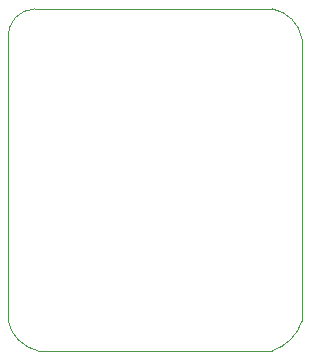
<source format=gm1>
G04 #@! TF.GenerationSoftware,KiCad,Pcbnew,7.0.10*
G04 #@! TF.CreationDate,2024-03-13T20:42:49-05:00*
G04 #@! TF.ProjectId,445_Left_Forearm,3434355f-4c65-4667-945f-466f72656172,rev?*
G04 #@! TF.SameCoordinates,Original*
G04 #@! TF.FileFunction,Profile,NP*
%FSLAX46Y46*%
G04 Gerber Fmt 4.6, Leading zero omitted, Abs format (unit mm)*
G04 Created by KiCad (PCBNEW 7.0.10) date 2024-03-13 20:42:49*
%MOMM*%
%LPD*%
G01*
G04 APERTURE LIST*
G04 #@! TA.AperFunction,Profile*
%ADD10C,0.100000*%
G04 #@! TD*
G04 APERTURE END LIST*
D10*
X157607000Y-101853999D02*
G75*
G03*
X160146999Y-99314000I-1206400J3746399D01*
G01*
X137541000Y-72898000D02*
X157607000Y-72898000D01*
X135255001Y-99314000D02*
G75*
G03*
X137795000Y-101853999I3239999J700000D01*
G01*
X160146999Y-75438000D02*
G75*
G03*
X157607000Y-72898001I-3083199J-543200D01*
G01*
X135255000Y-75438000D02*
X135255000Y-99314000D01*
X157607000Y-101854000D02*
X137795000Y-101854000D01*
X137541000Y-72898011D02*
G75*
G03*
X135255000Y-75438000I33100J-2328489D01*
G01*
X160147000Y-99314000D02*
X160147000Y-75438000D01*
M02*

</source>
